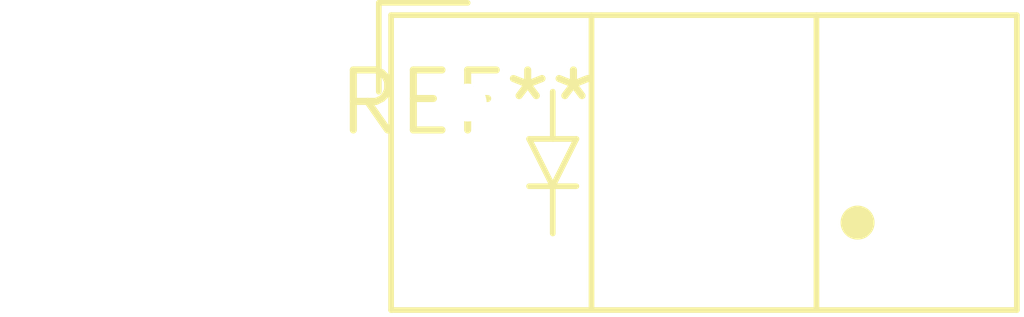
<source format=kicad_pcb>
(kicad_pcb (version 20240108) (generator pcbnew)
  (layers (0 "F.Cu" signal) (31 "B.Cu" signal) (34 "B.Paste" user) (35 "F.Paste" user) (36 "B.SilkS" user "B.Silkscreen") (37 "F.SilkS" user "F.Silkscreen") (38 "B.Mask" user) (39 "F.Mask" user) (44 "Edge.Cuts" user))
  (net 0 "")
  (footprint "Everlight_ITR9608-F" (layer "F.Cu") (at 0 0)
    (property "Reference" "REF**")
    (property "Value" "Everlight_ITR9608-F")
    (fp_line (start -1.88 -2.11) (end -1.88 -0.23) (layer "F.SilkS") (stroke (width 0.12)))
    (fp_line (start -1.88 -2.11) (end 0 -2.11) (layer "F.SilkS") (stroke (width 0.12)))
    (fp_line (start -1.62 -1.85) (end 11.62 -1.85) (layer "F.SilkS") (stroke (width 0.12)))
    (fp_line (start -1.62 4.39) (end -1.62 -1.85) (layer "F.SilkS") (stroke (width 0.12)))
    (fp_line (start 1.3 0.77) (end 1.8 1.77) (layer "F.SilkS") (stroke (width 0.12)))
    (fp_line (start 1.8 0.77) (end 1.8 -0.23) (layer "F.SilkS") (stroke (width 0.12)))
    (fp_line (start 1.8 1.77) (end 1.8 2.77) (layer "F.SilkS") (stroke (width 0.12)))
    (fp_line (start 1.8 1.77) (end 2.3 0.77) (layer "F.SilkS") (stroke (width 0.12)))
    (fp_line (start 2.3 0.77) (end 1.3 0.77) (layer "F.SilkS") (stroke (width 0.12)))
    (fp_line (start 2.3 1.77) (end 1.3 1.77) (layer "F.SilkS") (stroke (width 0.12)))
    (fp_line (start 2.62 4.37) (end 2.62 -1.85) (layer "F.SilkS") (stroke (width 0.12)))
    (fp_line (start 7.38 4.37) (end 7.38 -1.85) (layer "F.SilkS") (stroke (width 0.12)))
    (fp_line (start 11.62 -1.85) (end 11.62 4.39) (layer "F.SilkS") (stroke (width 0.12)))
    (fp_line (start 11.62 4.39) (end -1.62 4.39) (layer "F.SilkS") (stroke (width 0.12)))
    (fp_circle (center 8.25 2.54) (end 8.55 2.54) (layer "F.SilkS") (stroke (width 0.12)) (fill solid))
    (pad "1" thru_hole roundrect (at 0 0 90) (size 1.5 2) (drill 0.8) (layers *.Cu *.Mask) (remove_unused_layers) (roundrect_rratio 0.227))
    (pad "2" thru_hole oval (at 0 2.54 90) (size 1.5 2) (drill 0.8) (layers *.Cu *.Mask) (remove_unused_layers))
    (pad "3" thru_hole oval (at 10 2.54 90) (size 1.5 2) (drill 0.8) (layers *.Cu *.Mask) (remove_unused_layers))
    (pad "4" thru_hole oval (at 10 0 90) (size 1.5 2) (drill 0.8) (layers *.Cu *.Mask) (remove_unused_layers))
  )
)
</source>
